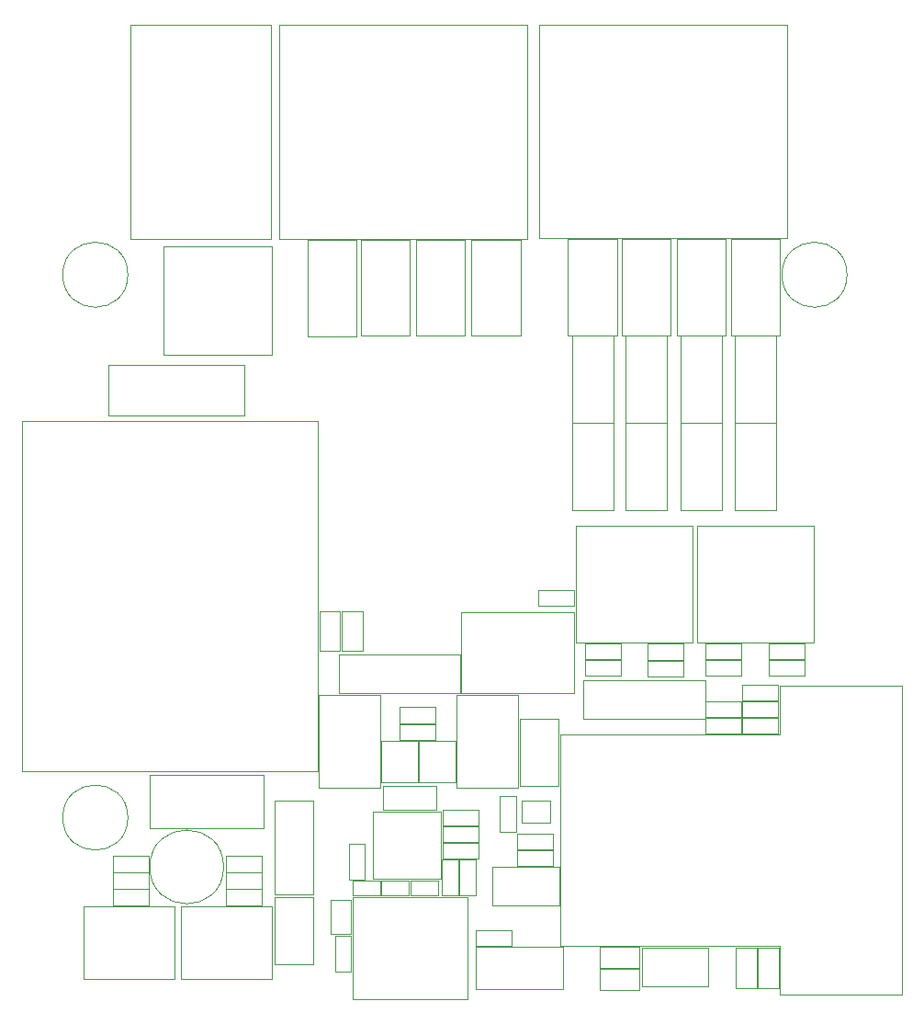
<source format=gbr>
G04 #@! TF.GenerationSoftware,KiCad,Pcbnew,(6.0.5)*
G04 #@! TF.CreationDate,2022-09-18T19:29:40+02:00*
G04 #@! TF.ProjectId,hamodule,68616d6f-6475-46c6-952e-6b696361645f,rev?*
G04 #@! TF.SameCoordinates,Original*
G04 #@! TF.FileFunction,Other,User*
%FSLAX46Y46*%
G04 Gerber Fmt 4.6, Leading zero omitted, Abs format (unit mm)*
G04 Created by KiCad (PCBNEW (6.0.5)) date 2022-09-18 19:29:40*
%MOMM*%
%LPD*%
G01*
G04 APERTURE LIST*
%ADD10C,0.050000*%
G04 APERTURE END LIST*
D10*
X152358500Y-148888700D02*
X152358500Y-142738700D01*
X152358500Y-142738700D02*
X148758500Y-142738700D01*
X148758500Y-142738700D02*
X148758500Y-148888700D01*
X148758500Y-148888700D02*
X152358500Y-148888700D01*
X180037500Y-99036100D02*
X176197500Y-99036100D01*
X180037500Y-91036100D02*
X180037500Y-99036100D01*
X176197500Y-91036100D02*
X180037500Y-91036100D01*
X176197500Y-99036100D02*
X176197500Y-91036100D01*
X184990500Y-91036100D02*
X184990500Y-99036100D01*
X184990500Y-99036100D02*
X181150500Y-99036100D01*
X181150500Y-99036100D02*
X181150500Y-91036100D01*
X181150500Y-91036100D02*
X184990500Y-91036100D01*
X133500800Y-93676450D02*
X133500800Y-98376450D01*
X133500800Y-93676450D02*
X146000800Y-93676450D01*
X133500800Y-98376450D02*
X146000800Y-98376450D01*
X146000800Y-93676450D02*
X146000800Y-98376450D01*
X181150500Y-107087900D02*
X181150500Y-99087900D01*
X184990500Y-107087900D02*
X181150500Y-107087900D01*
X181150500Y-99087900D02*
X184990500Y-99087900D01*
X184990500Y-99087900D02*
X184990500Y-107087900D01*
X176197500Y-99087900D02*
X180037500Y-99087900D01*
X180037500Y-99087900D02*
X180037500Y-107087900D01*
X180037500Y-107087900D02*
X176197500Y-107087900D01*
X176197500Y-107087900D02*
X176197500Y-99087900D01*
X156906000Y-116378000D02*
X156906000Y-120078000D01*
X155006000Y-120078000D02*
X155006000Y-116378000D01*
X155006000Y-116378000D02*
X156906000Y-116378000D01*
X156906000Y-120078000D02*
X155006000Y-120078000D01*
X152923200Y-120071000D02*
X152923200Y-116371000D01*
X154823200Y-120071000D02*
X152923200Y-120071000D01*
X152923200Y-116371000D02*
X154823200Y-116371000D01*
X154823200Y-116371000D02*
X154823200Y-120071000D01*
X148579000Y-150314000D02*
X148579000Y-143564000D01*
X140179000Y-143564000D02*
X140179000Y-150314000D01*
X140179000Y-150314000D02*
X148579000Y-150314000D01*
X148579000Y-143564000D02*
X140179000Y-143564000D01*
X133859000Y-140430000D02*
X133859000Y-138970000D01*
X133859000Y-138970000D02*
X137159000Y-138970000D01*
X137159000Y-138970000D02*
X137159000Y-140430000D01*
X137159000Y-140430000D02*
X133859000Y-140430000D01*
X144273000Y-142018000D02*
X147573000Y-142018000D01*
X147573000Y-143478000D02*
X144273000Y-143478000D01*
X144273000Y-143478000D02*
X144273000Y-142018000D01*
X147573000Y-142018000D02*
X147573000Y-143478000D01*
X176428500Y-114459000D02*
X176428500Y-115919000D01*
X173128500Y-114459000D02*
X176428500Y-114459000D01*
X176428500Y-115919000D02*
X173128500Y-115919000D01*
X173128500Y-115919000D02*
X173128500Y-114459000D01*
X152736100Y-98900000D02*
X152736100Y-131100000D01*
X125536100Y-98900000D02*
X152736100Y-98900000D01*
X125536100Y-131100000D02*
X125536100Y-98900000D01*
X152736100Y-131100000D02*
X125536100Y-131100000D01*
X147744000Y-136384000D02*
X147744000Y-131474000D01*
X137244000Y-131474000D02*
X137244000Y-136384000D01*
X137244000Y-136384000D02*
X147744000Y-136384000D01*
X147744000Y-131474000D02*
X137244000Y-131474000D01*
X172101902Y-82107500D02*
X172101902Y-62397100D01*
X149191102Y-62397100D02*
X149191102Y-82107500D01*
X172101902Y-62397100D02*
X149191102Y-62397100D01*
X149191102Y-82107500D02*
X172101902Y-82107500D01*
X148454102Y-82131099D02*
X148454102Y-62420699D01*
X135546102Y-62420699D02*
X135546102Y-82131099D01*
X135546102Y-82131099D02*
X148454102Y-82131099D01*
X148454102Y-62420699D02*
X135546102Y-62420699D01*
X196061902Y-82067499D02*
X196061902Y-62357099D01*
X196061902Y-62357099D02*
X173151102Y-62357099D01*
X173151102Y-82067499D02*
X196061902Y-82067499D01*
X173151102Y-62357099D02*
X173151102Y-82067499D01*
X138536500Y-92823500D02*
X138536500Y-82823500D01*
X148536500Y-82823500D02*
X148536500Y-92823500D01*
X138536500Y-92823500D02*
X148536500Y-92823500D01*
X148536500Y-82823500D02*
X138536500Y-82823500D01*
X201564500Y-85407500D02*
G75*
G03*
X201564500Y-85407500I-3000000J0D01*
G01*
X135270500Y-85407500D02*
G75*
G03*
X135270500Y-85407500I-3000000J0D01*
G01*
X165996000Y-123904000D02*
X176396000Y-123904000D01*
X176396000Y-116504000D02*
X165996000Y-116504000D01*
X165996000Y-116504000D02*
X165996000Y-123904000D01*
X176396000Y-123904000D02*
X176396000Y-116504000D01*
X191208900Y-107087900D02*
X191208900Y-99087900D01*
X195048900Y-99087900D02*
X195048900Y-107087900D01*
X191208900Y-99087900D02*
X195048900Y-99087900D01*
X195048900Y-107087900D02*
X191208900Y-107087900D01*
X190019700Y-99036100D02*
X186179700Y-99036100D01*
X186179700Y-91036100D02*
X190019700Y-91036100D01*
X190019700Y-91036100D02*
X190019700Y-99036100D01*
X186179700Y-99036100D02*
X186179700Y-91036100D01*
X195048900Y-99036100D02*
X191208900Y-99036100D01*
X191208900Y-91036100D02*
X195048900Y-91036100D01*
X191208900Y-99036100D02*
X191208900Y-91036100D01*
X195048900Y-91036100D02*
X195048900Y-99036100D01*
X176551274Y-108568320D02*
X176551274Y-119268320D01*
X176551274Y-119268320D02*
X187351274Y-119268320D01*
X187351274Y-108568320D02*
X176551274Y-108568320D01*
X187351274Y-119268320D02*
X187351274Y-108568320D01*
X198527274Y-119268320D02*
X198527274Y-108568320D01*
X187727274Y-108568320D02*
X187727274Y-119268320D01*
X198527274Y-108568320D02*
X187727274Y-108568320D01*
X187727274Y-119268320D02*
X198527274Y-119268320D01*
X186179700Y-99087900D02*
X190019700Y-99087900D01*
X186179700Y-107087900D02*
X186179700Y-99087900D01*
X190019700Y-99087900D02*
X190019700Y-107087900D01*
X190019700Y-107087900D02*
X186179700Y-107087900D01*
X191818500Y-126142500D02*
X188518500Y-126142500D01*
X191818500Y-124682500D02*
X191818500Y-126142500D01*
X188518500Y-124682500D02*
X191818500Y-124682500D01*
X188518500Y-126142500D02*
X188518500Y-124682500D01*
X191871500Y-124602000D02*
X191871500Y-123142000D01*
X195171500Y-124602000D02*
X191871500Y-124602000D01*
X191871500Y-123142000D02*
X195171500Y-123142000D01*
X195171500Y-123142000D02*
X195171500Y-124602000D01*
X188506000Y-127666500D02*
X188506000Y-126206500D01*
X191806000Y-127666500D02*
X188506000Y-127666500D01*
X191806000Y-126206500D02*
X191806000Y-127666500D01*
X188506000Y-126206500D02*
X191806000Y-126206500D01*
X162096500Y-128316000D02*
X162096500Y-132156000D01*
X165496500Y-132156000D02*
X165496500Y-128316000D01*
X162096500Y-132156000D02*
X165496500Y-132156000D01*
X165496500Y-128316000D02*
X162096500Y-128316000D01*
X163634000Y-128243500D02*
X160334000Y-128243500D01*
X160334000Y-126783500D02*
X163634000Y-126783500D01*
X163634000Y-126783500D02*
X163634000Y-128243500D01*
X160334000Y-128243500D02*
X160334000Y-126783500D01*
X163634000Y-126713500D02*
X160334000Y-126713500D01*
X160334000Y-126713500D02*
X160334000Y-125253500D01*
X160334000Y-125253500D02*
X163634000Y-125253500D01*
X163634000Y-125253500D02*
X163634000Y-126713500D01*
X158533000Y-142600900D02*
X156033000Y-142600900D01*
X158533000Y-141200900D02*
X158533000Y-142600900D01*
X156033000Y-141200900D02*
X158533000Y-141200900D01*
X156033000Y-142600900D02*
X156033000Y-141200900D01*
X139582000Y-143564000D02*
X131182000Y-143564000D01*
X139582000Y-150314000D02*
X139582000Y-143564000D01*
X131182000Y-150314000D02*
X139582000Y-150314000D01*
X131182000Y-143564000D02*
X131182000Y-150314000D01*
X165552000Y-124147000D02*
X165552000Y-132647000D01*
X171252000Y-132647000D02*
X171252000Y-124147000D01*
X165552000Y-132647000D02*
X171252000Y-132647000D01*
X171252000Y-124147000D02*
X165552000Y-124147000D01*
X152850000Y-132647000D02*
X158550000Y-132647000D01*
X158550000Y-132647000D02*
X158550000Y-124147000D01*
X152850000Y-124147000D02*
X152850000Y-132647000D01*
X158550000Y-124147000D02*
X152850000Y-124147000D01*
X165704900Y-142590800D02*
X164244900Y-142590800D01*
X164244900Y-142590800D02*
X164244900Y-139290800D01*
X165704900Y-139290800D02*
X165704900Y-142590800D01*
X164244900Y-139290800D02*
X165704900Y-139290800D01*
X167628000Y-136140900D02*
X164328000Y-136140900D01*
X164328000Y-134680900D02*
X167628000Y-134680900D01*
X167628000Y-134680900D02*
X167628000Y-136140900D01*
X164328000Y-136140900D02*
X164328000Y-134680900D01*
X167628000Y-137728900D02*
X167628000Y-139188900D01*
X164328000Y-139188900D02*
X164328000Y-137728900D01*
X167628000Y-139188900D02*
X164328000Y-139188900D01*
X164328000Y-137728900D02*
X167628000Y-137728900D01*
X164328000Y-136204900D02*
X167628000Y-136204900D01*
X167628000Y-136204900D02*
X167628000Y-137664900D01*
X164328000Y-137664900D02*
X164328000Y-136204900D01*
X167628000Y-137664900D02*
X164328000Y-137664900D01*
X165844900Y-139297300D02*
X167304900Y-139297300D01*
X165844900Y-142597300D02*
X165844900Y-139297300D01*
X167304900Y-139297300D02*
X167304900Y-142597300D01*
X167304900Y-142597300D02*
X165844900Y-142597300D01*
X155676500Y-137815500D02*
X157136500Y-137815500D01*
X157136500Y-137815500D02*
X157136500Y-141115500D01*
X155676500Y-141115500D02*
X155676500Y-137815500D01*
X157136500Y-141115500D02*
X155676500Y-141115500D01*
X155826500Y-142964100D02*
X155826500Y-146164100D01*
X155826500Y-142964100D02*
X153926500Y-142964100D01*
X155826500Y-146164100D02*
X153926500Y-146164100D01*
X153926500Y-142964100D02*
X153926500Y-146164100D01*
X161133000Y-142600900D02*
X158633000Y-142600900D01*
X158633000Y-142600900D02*
X158633000Y-141200900D01*
X158633000Y-141200900D02*
X161133000Y-141200900D01*
X161133000Y-141200900D02*
X161133000Y-142600900D01*
X161343000Y-141200900D02*
X163843000Y-141200900D01*
X163843000Y-142600900D02*
X161343000Y-142600900D01*
X161343000Y-142600900D02*
X161343000Y-141200900D01*
X163843000Y-141200900D02*
X163843000Y-142600900D01*
X195330500Y-147236500D02*
X175110500Y-147236500D01*
X206610500Y-123236500D02*
X195330500Y-123236500D01*
X206610500Y-151736500D02*
X195330500Y-151736500D01*
X175110500Y-127736500D02*
X195330500Y-127736500D01*
X195330500Y-123236500D02*
X195330500Y-127736500D01*
X195330500Y-147236500D02*
X195330500Y-151736500D01*
X175110500Y-127736500D02*
X175110500Y-147236500D01*
X206610500Y-123236500D02*
X206610500Y-151736500D01*
X158636500Y-132166000D02*
X162036500Y-132166000D01*
X162036500Y-132166000D02*
X162036500Y-128326000D01*
X162036500Y-128326000D02*
X158636500Y-128326000D01*
X158636500Y-128326000D02*
X158636500Y-132166000D01*
X177280000Y-126336600D02*
X177280000Y-122786600D01*
X188480000Y-122786600D02*
X188480000Y-126336600D01*
X177280000Y-122786600D02*
X188480000Y-122786600D01*
X188480000Y-126336600D02*
X177280000Y-126336600D01*
X188792100Y-147361500D02*
X182642100Y-147361500D01*
X182642100Y-150961500D02*
X188792100Y-150961500D01*
X188792100Y-150961500D02*
X188792100Y-147361500D01*
X182642100Y-147361500D02*
X182642100Y-150961500D01*
X163679000Y-132455500D02*
X163679000Y-134695500D01*
X158779000Y-132455500D02*
X163679000Y-132455500D01*
X163679000Y-134695500D02*
X158779000Y-134695500D01*
X158779000Y-134695500D02*
X158779000Y-132455500D01*
X182428000Y-151254500D02*
X178728000Y-151254500D01*
X182428000Y-149354500D02*
X182428000Y-151254500D01*
X178728000Y-149354500D02*
X182428000Y-149354500D01*
X178728000Y-151254500D02*
X178728000Y-149354500D01*
X182428000Y-149222500D02*
X178728000Y-149222500D01*
X178728000Y-149222500D02*
X178728000Y-147322500D01*
X178728000Y-147322500D02*
X182428000Y-147322500D01*
X182428000Y-147322500D02*
X182428000Y-149222500D01*
X157883000Y-141040900D02*
X164083000Y-141040900D01*
X164083000Y-134840900D02*
X157883000Y-134840900D01*
X164083000Y-141040900D02*
X164083000Y-134840900D01*
X157883000Y-134840900D02*
X157883000Y-141040900D01*
X195161000Y-127666500D02*
X191861000Y-127666500D01*
X191861000Y-127666500D02*
X191861000Y-126206500D01*
X195161000Y-126206500D02*
X195161000Y-127666500D01*
X191861000Y-126206500D02*
X195161000Y-126206500D01*
X152358500Y-133815200D02*
X148758500Y-133815200D01*
X148758500Y-142465200D02*
X152358500Y-142465200D01*
X148758500Y-133815200D02*
X148758500Y-142465200D01*
X152358500Y-142465200D02*
X152358500Y-133815200D01*
X171026500Y-136698600D02*
X169566500Y-136698600D01*
X169566500Y-136698600D02*
X169566500Y-133398600D01*
X171026500Y-133398600D02*
X171026500Y-136698600D01*
X169566500Y-133398600D02*
X171026500Y-133398600D01*
X167359000Y-145783500D02*
X170659000Y-145783500D01*
X167359000Y-147243500D02*
X167359000Y-145783500D01*
X170659000Y-147243500D02*
X167359000Y-147243500D01*
X170659000Y-145783500D02*
X170659000Y-147243500D01*
X188547100Y-120821200D02*
X188547100Y-119361200D01*
X191847100Y-119361200D02*
X191847100Y-120821200D01*
X188547100Y-119361200D02*
X191847100Y-119361200D01*
X191847100Y-120821200D02*
X188547100Y-120821200D01*
X171377200Y-126307600D02*
X171377200Y-132457600D01*
X171377200Y-132457600D02*
X174977200Y-132457600D01*
X174977200Y-132457600D02*
X174977200Y-126307600D01*
X174977200Y-126307600D02*
X171377200Y-126307600D01*
X180820500Y-90975500D02*
X180820500Y-82125500D01*
X185320500Y-82125500D02*
X185320500Y-90975500D01*
X185320500Y-90975500D02*
X180820500Y-90975500D01*
X180820500Y-82125500D02*
X185320500Y-82125500D01*
X180720000Y-119361200D02*
X180720000Y-120821200D01*
X177420000Y-120821200D02*
X177420000Y-119361200D01*
X177420000Y-119361200D02*
X180720000Y-119361200D01*
X180720000Y-120821200D02*
X177420000Y-120821200D01*
X190878900Y-90975500D02*
X190878900Y-82125500D01*
X190878900Y-82125500D02*
X195378900Y-82125500D01*
X195378900Y-90975500D02*
X190878900Y-90975500D01*
X195378900Y-82125500D02*
X195378900Y-90975500D01*
X168900700Y-143519300D02*
X175050700Y-143519300D01*
X175050700Y-143519300D02*
X175050700Y-139919300D01*
X175050700Y-139919300D02*
X168900700Y-139919300D01*
X168900700Y-139919300D02*
X168900700Y-143519300D01*
X195260000Y-147392500D02*
X195260000Y-151092500D01*
X193360000Y-147392500D02*
X195260000Y-147392500D01*
X195260000Y-151092500D02*
X193360000Y-151092500D01*
X193360000Y-151092500D02*
X193360000Y-147392500D01*
X156350000Y-82215000D02*
X156350000Y-91065000D01*
X151850000Y-82215000D02*
X156350000Y-82215000D01*
X156350000Y-91065000D02*
X151850000Y-91065000D01*
X151850000Y-91065000D02*
X151850000Y-82215000D01*
X133859000Y-140494000D02*
X137159000Y-140494000D01*
X137159000Y-141954000D02*
X133859000Y-141954000D01*
X133859000Y-141954000D02*
X133859000Y-140494000D01*
X137159000Y-140494000D02*
X137159000Y-141954000D01*
X155953000Y-152150900D02*
X166593000Y-152150900D01*
X155953000Y-142730900D02*
X155953000Y-152150900D01*
X166593000Y-142730900D02*
X166593000Y-152150900D01*
X155953000Y-142730900D02*
X166593000Y-142730900D01*
X197638300Y-119361200D02*
X197638300Y-120821200D01*
X197638300Y-120821200D02*
X194338300Y-120821200D01*
X194338300Y-120821200D02*
X194338300Y-119361200D01*
X194338300Y-119361200D02*
X197638300Y-119361200D01*
X188544100Y-122345200D02*
X188544100Y-120885200D01*
X191844100Y-122345200D02*
X188544100Y-122345200D01*
X188544100Y-120885200D02*
X191844100Y-120885200D01*
X191844100Y-120885200D02*
X191844100Y-122345200D01*
X186461500Y-120986800D02*
X186461500Y-122446800D01*
X186461500Y-122446800D02*
X183161500Y-122446800D01*
X183161500Y-122446800D02*
X183161500Y-120986800D01*
X183161500Y-120986800D02*
X186461500Y-120986800D01*
X147573000Y-140430000D02*
X144273000Y-140430000D01*
X144273000Y-138970000D02*
X147573000Y-138970000D01*
X144273000Y-140430000D02*
X144273000Y-138970000D01*
X147573000Y-138970000D02*
X147573000Y-140430000D01*
X190349700Y-82125500D02*
X190349700Y-90975500D01*
X185849700Y-90975500D02*
X185849700Y-82125500D01*
X190349700Y-90975500D02*
X185849700Y-90975500D01*
X185849700Y-82125500D02*
X190349700Y-82125500D01*
X194335300Y-120885200D02*
X197635300Y-120885200D01*
X197635300Y-120885200D02*
X197635300Y-122345200D01*
X194335300Y-122345200D02*
X194335300Y-120885200D01*
X197635300Y-122345200D02*
X194335300Y-122345200D01*
X166350000Y-91025000D02*
X161850000Y-91025000D01*
X161850000Y-82175000D02*
X166350000Y-82175000D01*
X161850000Y-91025000D02*
X161850000Y-82175000D01*
X166350000Y-82175000D02*
X166350000Y-91025000D01*
X175376500Y-147323500D02*
X175376500Y-151163500D01*
X167376500Y-151163500D02*
X167376500Y-147323500D01*
X175376500Y-151163500D02*
X167376500Y-151163500D01*
X167376500Y-147323500D02*
X175376500Y-147323500D01*
X171579200Y-133855500D02*
X171579200Y-135855500D01*
X174220800Y-133855500D02*
X171579200Y-133855500D01*
X171579200Y-135855500D02*
X174220800Y-135855500D01*
X174220800Y-135855500D02*
X174220800Y-133855500D01*
X174431600Y-136874500D02*
X174431600Y-138334500D01*
X171131600Y-138334500D02*
X171131600Y-136874500D01*
X174431600Y-138334500D02*
X171131600Y-138334500D01*
X171131600Y-136874500D02*
X174431600Y-136874500D01*
X137159000Y-143478000D02*
X133859000Y-143478000D01*
X133859000Y-142018000D02*
X137159000Y-142018000D01*
X137159000Y-142018000D02*
X137159000Y-143478000D01*
X133859000Y-143478000D02*
X133859000Y-142018000D01*
X144096000Y-139954000D02*
G75*
G03*
X144096000Y-139954000I-3400000J0D01*
G01*
X180342100Y-82125500D02*
X180342100Y-90975500D01*
X175842100Y-90975500D02*
X175842100Y-82125500D01*
X175842100Y-82125500D02*
X180342100Y-82125500D01*
X180342100Y-90975500D02*
X175842100Y-90975500D01*
X195171500Y-124682500D02*
X195171500Y-126142500D01*
X195171500Y-126142500D02*
X191871500Y-126142500D01*
X191871500Y-124682500D02*
X195171500Y-124682500D01*
X191871500Y-126142500D02*
X191871500Y-124682500D01*
X147573000Y-140494000D02*
X147573000Y-141954000D01*
X144273000Y-140494000D02*
X147573000Y-140494000D01*
X147573000Y-141954000D02*
X144273000Y-141954000D01*
X144273000Y-141954000D02*
X144273000Y-140494000D01*
X186460400Y-120872000D02*
X183160400Y-120872000D01*
X186460400Y-119412000D02*
X186460400Y-120872000D01*
X183160400Y-119412000D02*
X186460400Y-119412000D01*
X183160400Y-120872000D02*
X183160400Y-119412000D01*
X174431600Y-138398500D02*
X174431600Y-139858500D01*
X174431600Y-139858500D02*
X171131600Y-139858500D01*
X171131600Y-138398500D02*
X174431600Y-138398500D01*
X171131600Y-139858500D02*
X171131600Y-138398500D01*
X171450000Y-82175000D02*
X171450000Y-91025000D01*
X171450000Y-91025000D02*
X166950000Y-91025000D01*
X166950000Y-82175000D02*
X171450000Y-82175000D01*
X166950000Y-91025000D02*
X166950000Y-82175000D01*
X193228000Y-151092500D02*
X191328000Y-151092500D01*
X193228000Y-147392500D02*
X193228000Y-151092500D01*
X191328000Y-151092500D02*
X191328000Y-147392500D01*
X191328000Y-147392500D02*
X193228000Y-147392500D01*
X154356500Y-146276000D02*
X155816500Y-146276000D01*
X154356500Y-149576000D02*
X154356500Y-146276000D01*
X155816500Y-146276000D02*
X155816500Y-149576000D01*
X155816500Y-149576000D02*
X154356500Y-149576000D01*
X165884000Y-120374000D02*
X165884000Y-123924000D01*
X165884000Y-123924000D02*
X154684000Y-123924000D01*
X154684000Y-123924000D02*
X154684000Y-120374000D01*
X154684000Y-120374000D02*
X165884000Y-120374000D01*
X135270500Y-135407500D02*
G75*
G03*
X135270500Y-135407500I-3000000J0D01*
G01*
X177418900Y-122345200D02*
X177418900Y-120885200D01*
X177418900Y-120885200D02*
X180718900Y-120885200D01*
X180718900Y-122345200D02*
X177418900Y-122345200D01*
X180718900Y-120885200D02*
X180718900Y-122345200D01*
X161250000Y-91025000D02*
X156750000Y-91025000D01*
X156750000Y-82175000D02*
X161250000Y-82175000D01*
X156750000Y-91025000D02*
X156750000Y-82175000D01*
X161250000Y-82175000D02*
X161250000Y-91025000D01*
M02*

</source>
